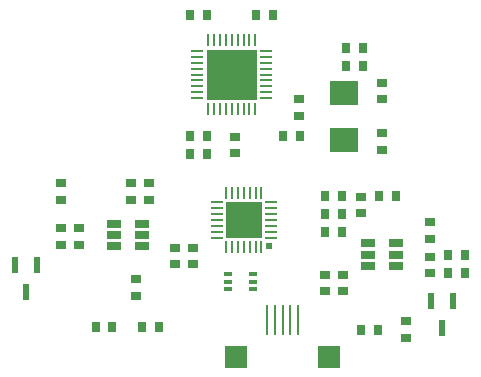
<source format=gbp>
G04 Layer_Color=128*
%FSLAX25Y25*%
%MOIN*%
G70*
G01*
G75*
%ADD12R,0.03150X0.03543*%
%ADD21R,0.03543X0.03150*%
%ADD24R,0.09449X0.07874*%
%ADD69R,0.02362X0.05709*%
%ADD70R,0.05118X0.02756*%
%ADD71R,0.03150X0.01575*%
%ADD72R,0.00984X0.09842*%
%ADD73R,0.07480X0.07480*%
%ADD74R,0.16929X0.16929*%
%ADD75O,0.04528X0.00984*%
%ADD76O,0.00984X0.04528*%
%ADD77R,0.12323X0.12323*%
%ADD78R,0.04134X0.00984*%
%ADD79R,0.00984X0.04134*%
%ADD80R,0.01968X0.01968*%
D12*
X160756Y101000D02*
D03*
X155244D02*
D03*
X145256D02*
D03*
X139744D02*
D03*
X216244Y132500D02*
D03*
X221756D02*
D03*
X221756Y144500D02*
D03*
X216244D02*
D03*
X216244Y138500D02*
D03*
X221756D02*
D03*
X233756Y100000D02*
D03*
X228244D02*
D03*
X239756Y144500D02*
D03*
X234244D02*
D03*
X257244Y119000D02*
D03*
X262756D02*
D03*
X257244Y125000D02*
D03*
X262756D02*
D03*
X207756Y164500D02*
D03*
X202244D02*
D03*
X171244Y205000D02*
D03*
X176756D02*
D03*
X193244D02*
D03*
X198756D02*
D03*
X223244Y194000D02*
D03*
X228756D02*
D03*
X223244Y188000D02*
D03*
X228756D02*
D03*
X171244Y158500D02*
D03*
X176756D02*
D03*
X171244Y164500D02*
D03*
X176756D02*
D03*
D21*
X134000Y128244D02*
D03*
Y133756D02*
D03*
X128000Y133756D02*
D03*
Y128244D02*
D03*
Y148756D02*
D03*
Y143244D02*
D03*
X151500Y148756D02*
D03*
Y143244D02*
D03*
X157500Y148756D02*
D03*
Y143244D02*
D03*
X172000Y127256D02*
D03*
Y121744D02*
D03*
X153000Y111244D02*
D03*
Y116756D02*
D03*
X166000Y127256D02*
D03*
Y121744D02*
D03*
X216000Y112744D02*
D03*
Y118256D02*
D03*
X222000Y112744D02*
D03*
Y118256D02*
D03*
X243000Y102756D02*
D03*
Y97244D02*
D03*
X228000Y144256D02*
D03*
Y138744D02*
D03*
X251000Y124256D02*
D03*
Y118744D02*
D03*
Y135756D02*
D03*
Y130244D02*
D03*
X235000Y182256D02*
D03*
Y176744D02*
D03*
X234944Y165465D02*
D03*
Y159953D02*
D03*
X186000Y164256D02*
D03*
Y158744D02*
D03*
X207500Y171244D02*
D03*
Y176756D02*
D03*
D24*
X222500Y178874D02*
D03*
Y163126D02*
D03*
D69*
X112760Y121626D02*
D03*
X120240D02*
D03*
X116500Y112374D02*
D03*
X251260Y109626D02*
D03*
X258740D02*
D03*
X255000Y100374D02*
D03*
D70*
X145776Y127760D02*
D03*
Y131500D02*
D03*
Y135240D02*
D03*
X155224D02*
D03*
Y131500D02*
D03*
Y127760D02*
D03*
X239724Y128740D02*
D03*
Y125000D02*
D03*
Y121260D02*
D03*
X230276D02*
D03*
Y125000D02*
D03*
Y128740D02*
D03*
D71*
X192232Y113441D02*
D03*
Y116000D02*
D03*
Y118559D02*
D03*
X183768D02*
D03*
Y116000D02*
D03*
Y113441D02*
D03*
D72*
X207118Y103092D02*
D03*
X204559D02*
D03*
X202000D02*
D03*
X199441D02*
D03*
X196882D02*
D03*
D73*
X217551Y90908D02*
D03*
X186449D02*
D03*
D74*
X185000Y185000D02*
D03*
D75*
X196516Y177126D02*
D03*
Y179095D02*
D03*
Y181063D02*
D03*
Y183031D02*
D03*
Y185000D02*
D03*
Y186969D02*
D03*
Y188937D02*
D03*
Y190905D02*
D03*
Y192874D02*
D03*
X173484D02*
D03*
Y190905D02*
D03*
Y188937D02*
D03*
Y186969D02*
D03*
Y185000D02*
D03*
Y183031D02*
D03*
Y181063D02*
D03*
Y179095D02*
D03*
Y177126D02*
D03*
D76*
X192874Y196516D02*
D03*
X190905D02*
D03*
X188937D02*
D03*
X186969D02*
D03*
X185000D02*
D03*
X179095D02*
D03*
X177126D02*
D03*
Y173484D02*
D03*
X179095D02*
D03*
X181063D02*
D03*
X183031D02*
D03*
X185000D02*
D03*
X186969D02*
D03*
X188937D02*
D03*
X190905D02*
D03*
X192874D02*
D03*
X181063Y196516D02*
D03*
X183031D02*
D03*
D77*
X189000Y136500D02*
D03*
D78*
X198055Y130595D02*
D03*
Y132563D02*
D03*
Y134531D02*
D03*
Y136500D02*
D03*
Y138469D02*
D03*
Y140437D02*
D03*
Y142405D02*
D03*
X179945D02*
D03*
Y140437D02*
D03*
Y138469D02*
D03*
Y136500D02*
D03*
Y134531D02*
D03*
Y132563D02*
D03*
Y130595D02*
D03*
D79*
X194905Y145555D02*
D03*
X192937D02*
D03*
X190969D02*
D03*
X189000D02*
D03*
X187031D02*
D03*
X185063D02*
D03*
X183095D02*
D03*
Y127445D02*
D03*
X185063D02*
D03*
X187031D02*
D03*
X189000D02*
D03*
X190969D02*
D03*
X192937D02*
D03*
X194905D02*
D03*
D80*
X197500Y128000D02*
D03*
M02*

</source>
